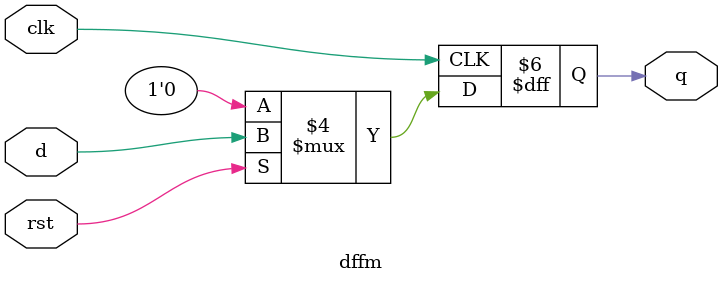
<source format=v>
module top_module (
    input clk,
    input resetn,   // synchronous reset
    input in,
    output out);

    wire q1,q2,q3;

    dffm dff_u1(
        .clk(clk),
        .rst(resetn),
        .d(in),
        .q(q1)
    );

    dffm dff_u2(
        .clk(clk),
        .rst(resetn),
        .d(q1),
        .q(q2)
    );

    dffm dff_u3(
        .clk(clk),
        .rst(resetn),
        .d(q2),
        .q(q3)
    );

    dffm dff_u4(
        .clk(clk),
        .rst(resetn),
        .d(q3),
        .q(out)
    );

endmodule

module dffm (
    input clk,
    input rst,
    input d,
    output q
);

    always @(posedge clk) begin
        if(!rst)
        begin
            q <= 0;
        end
        else
        begin
            q <= d;
        end
    end
    
endmodule
</source>
